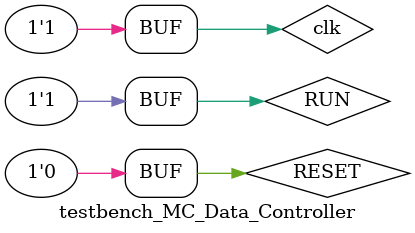
<source format=v>
/*

datapath_controller_MC(
input clk,
input RESET,
input RUN,
output wire [7:0] R1reg,
output wire [7:0] R2reg
);
*/
module testbench_MC_Data_Controller();
//inputs are reg 
//outputs are wire
//assume that bus width is 3 to test the result
//inputs

reg clk;
reg RESET;
reg RUN;
wire [7:0] R1reg;
wire [7:0] R2reg;




// instantiate device under test
datapath_controller_MC DUT(
clk,
RESET,
RUN,
R1reg,
R2reg
);



initial
begin
RESET=1;
#100;
RESET=0;
RUN=1;


end

// generate clock
always // no sensitivity list, so it always executes
	begin
	clk = 0; #50; clk = 1; #50;
	end
	



	
endmodule
</source>
